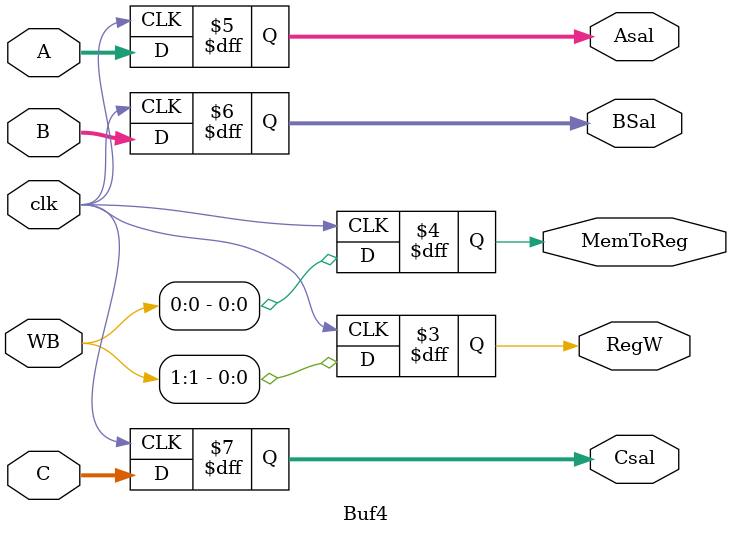
<source format=v>
`timescale 1ns/1ns

module Buf4(
	input clk,
	input [1:0]WB,
	input [31:0]A,
	input [31:0]B,
	input [4:0]C,
	output reg RegW,
	output reg MemToReg,
	output reg [31:0]Asal,
	output reg [31:0]BSal,
	output reg [4:0]Csal
);

initial 
begin	
	RegW = 1'd0;
	MemToReg = 1'd0;
	Asal = 32'd0;
	BSal = 32'd0;
	Csal = 5'd0;
end

always @(posedge clk)                                                                                               
begin 
	RegW = WB[1];
	MemToReg = WB[0];
	Asal = A;
	BSal = B;
	Csal = C;
end

endmodule

</source>
